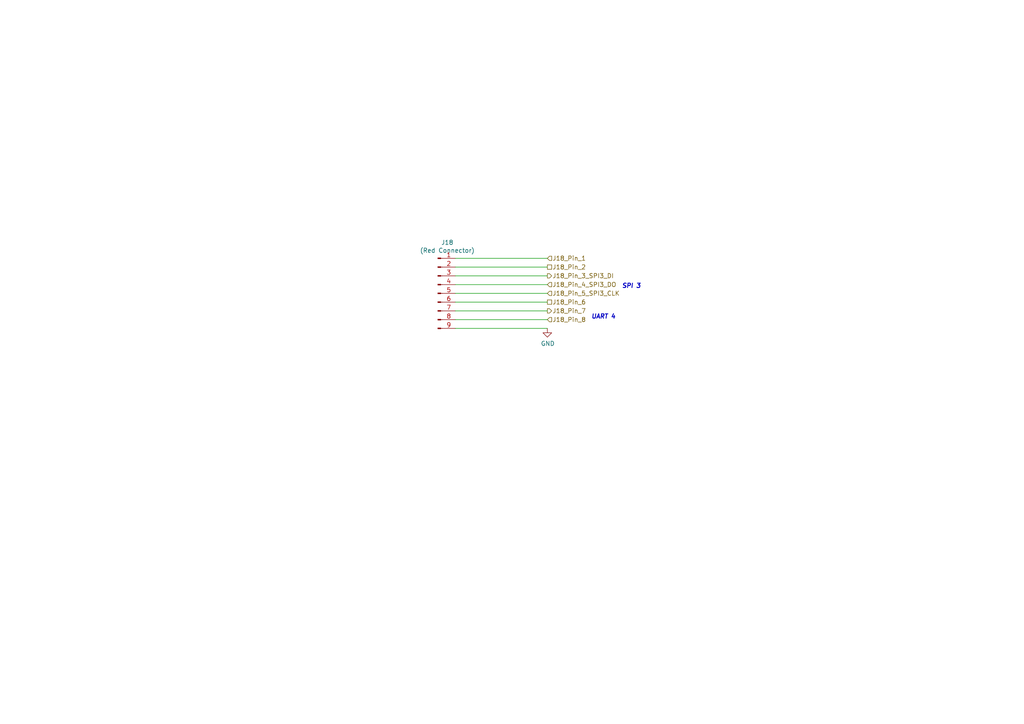
<source format=kicad_sch>
(kicad_sch (version 20211123) (generator eeschema)
  (paper "A4")
  (title_block (title "Project Mowgli") (date "2022-05-22") (rev "1.0.1") (comment 1 "(c) CyberNet / cn@warp.at") (comment 2 "https://github.com/cloudn1ne/Mowgli"))
  (lib_symbols
    (symbol "Connector:Conn_01x09_Male" (pin_names (offset 1.016) hide)
      (property "Reference" "J" (at 0 12.7 0))
      (property "Value" "Conn_01x09_Male" (at 0 -12.7 0))
      (symbol "Conn_01x09_Male_1_1"
        (polyline (pts (xy 1.27 -10.16) (xy 0.8636 -10.16)) (stroke (width 0.1524)))
        (polyline (pts (xy 1.27 -7.62) (xy 0.8636 -7.62)) (stroke (width 0.1524)))
        (polyline (pts (xy 1.27 -5.08) (xy 0.8636 -5.08)) (stroke (width 0.1524)))
        (polyline (pts (xy 1.27 -2.54) (xy 0.8636 -2.54)) (stroke (width 0.1524)))
        (polyline (pts (xy 1.27 0) (xy 0.8636 0)) (stroke (width 0.1524)))
        (polyline (pts (xy 1.27 2.54) (xy 0.8636 2.54)) (stroke (width 0.1524)))
        (polyline (pts (xy 1.27 5.08) (xy 0.8636 5.08)) (stroke (width 0.1524)))
        (polyline (pts (xy 1.27 7.62) (xy 0.8636 7.62)) (stroke (width 0.1524)))
        (polyline (pts (xy 1.27 10.16) (xy 0.8636 10.16)) (stroke (width 0.1524)))
        (rectangle (start 0.8636 -10.033) (end 0 -10.287) (stroke (width 0.1524)) (fill (type outline)))
        (rectangle (start 0.8636 -7.493) (end 0 -7.747) (stroke (width 0.1524)) (fill (type outline)))
        (rectangle (start 0.8636 -4.953) (end 0 -5.207) (stroke (width 0.1524)) (fill (type outline)))
        (rectangle (start 0.8636 -2.413) (end 0 -2.667) (stroke (width 0.1524)) (fill (type outline)))
        (rectangle (start 0.8636 0.127) (end 0 -0.127) (stroke (width 0.1524)) (fill (type outline)))
        (rectangle (start 0.8636 2.667) (end 0 2.413) (stroke (width 0.1524)) (fill (type outline)))
        (rectangle (start 0.8636 5.207) (end 0 4.953) (stroke (width 0.1524)) (fill (type outline)))
        (rectangle (start 0.8636 7.747) (end 0 7.493) (stroke (width 0.1524)) (fill (type outline)))
        (rectangle (start 0.8636 10.287) (end 0 10.033) (stroke (width 0.1524)) (fill (type outline)))
        (pin passive line (at 5.08 10.16 180) (length 3.81) (name "Pin_1") (number "1"))
        (pin passive line (at 5.08 7.62 180) (length 3.81) (name "Pin_2") (number "2"))
        (pin passive line (at 5.08 5.08 180) (length 3.81) (name "Pin_3") (number "3"))
        (pin passive line (at 5.08 2.54 180) (length 3.81) (name "Pin_4") (number "4"))
        (pin passive line (at 5.08 0 180) (length 3.81) (name "Pin_5") (number "5"))
        (pin passive line (at 5.08 -2.54 180) (length 3.81) (name "Pin_6") (number "6"))
        (pin passive line (at 5.08 -5.08 180) (length 3.81) (name "Pin_7") (number "7"))
        (pin passive line (at 5.08 -7.62 180) (length 3.81) (name "Pin_8") (number "8"))
        (pin passive line (at 5.08 -10.16 180) (length 3.81) (name "Pin_9") (number "9"))
      )
    )
    (symbol "power:GND" (power) (pin_names (offset 0))
      (property "Value" "GND" (at 0 -3.81 0))
      (symbol "GND_0_1"
        (polyline (pts (xy 0 0) (xy 0 -1.27) (xy 1.27 -1.27) (xy 0 -2.54) (xy -1.27 -1.27) (xy 0 -1.27)))
      )
      (symbol "GND_1_1"
        (pin power_in line (at 0 0 270) (length 0) hide (name "GND") (number "1"))
      )
    )
  )
  (wire (pts (xy 158.75 74.93) (xy 132.08 74.93)))
  (wire (pts (xy 132.08 95.25) (xy 158.75 95.25)))
  (wire (pts (xy 132.08 90.17) (xy 158.75 90.17)))
  (wire (pts (xy 158.75 85.09) (xy 132.08 85.09)))
  (wire (pts (xy 158.75 92.71) (xy 132.08 92.71)))
  (wire (pts (xy 158.75 77.47) (xy 132.08 77.47)))
  (wire (pts (xy 132.08 87.63) (xy 158.75 87.63)))
  (wire (pts (xy 132.08 82.55) (xy 158.75 82.55)))
  (wire (pts (xy 158.75 80.01) (xy 132.08 80.01)))
  (text "SPI 3" (at 180.34 83.82 0) (effects (font (size 1.27 1.27) (thickness 0.254) bold italic) (justify left bottom)))
  (text "UART 4" (at 171.45 92.71 0) (effects (font (size 1.27 1.27) (thickness 0.254) bold italic) (justify left bottom)))
  (hierarchical_label "J18_Pin_5_SPI3_CLK" (shape input) (at 158.75 85.09 0))
  (hierarchical_label "J18_Pin_1" (shape input) (at 158.75 74.93 0))
  (hierarchical_label "J18_Pin_3_SPI3_DI" (shape output) (at 158.75 80.01 0))
  (hierarchical_label "J18_Pin_7" (shape output) (at 158.75 90.17 0))
  (hierarchical_label "J18_Pin_2" (shape passive) (at 158.75 77.47 0))
  (hierarchical_label "J18_Pin_8" (shape input) (at 158.75 92.71 0))
  (hierarchical_label "J18_Pin_6" (shape passive) (at 158.75 87.63 0))
  (hierarchical_label "J18_Pin_4_SPI3_DO" (shape input) (at 158.75 82.55 0))
  (symbol (lib_id "Connector:Conn_01x09_Male") (at 127 85.09 0) (unit 1)
    (property "Reference" "J18" (at 129.7432 70.3326 0))
    (property "Value" "(Red Connector)" (at 129.7432 72.644 0))
  )
  (symbol (lib_id "power:GND") (at 158.75 95.25 0) (unit 1)
    (property "Reference" "#PWR0109" (effects hide))
    (property "Value" "GND" (at 158.877 99.6442 0))
  )
)
</source>
